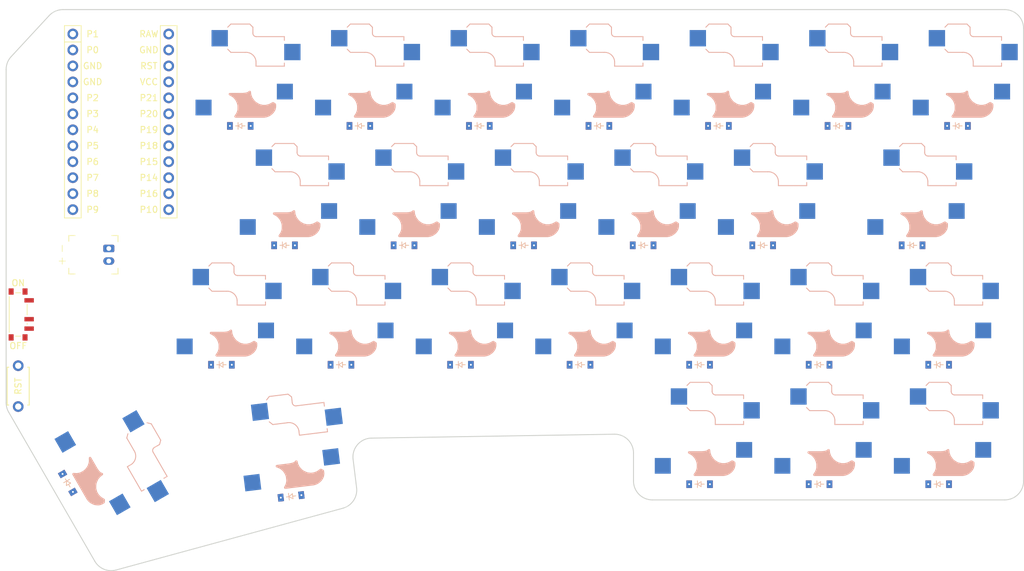
<source format=kicad_pcb>


(kicad_pcb
  (version 20240108)
  (generator "ergogen")
  (generator_version "4.2.1")
  (general
    (thickness 1.6)
    (legacy_teardrops no)
  )
  (paper "A3")
  (title_block
    (title "right_pcb")
    (date "2026-02-04")
    (rev "v1.0.0")
    (company "Unknown")
  )

  (layers
    (0 "F.Cu" signal)
    (31 "B.Cu" signal)
    (32 "B.Adhes" user "B.Adhesive")
    (33 "F.Adhes" user "F.Adhesive")
    (34 "B.Paste" user)
    (35 "F.Paste" user)
    (36 "B.SilkS" user "B.Silkscreen")
    (37 "F.SilkS" user "F.Silkscreen")
    (38 "B.Mask" user)
    (39 "F.Mask" user)
    (40 "Dwgs.User" user "User.Drawings")
    (41 "Cmts.User" user "User.Comments")
    (42 "Eco1.User" user "User.Eco1")
    (43 "Eco2.User" user "User.Eco2")
    (44 "Edge.Cuts" user)
    (45 "Margin" user)
    (46 "B.CrtYd" user "B.Courtyard")
    (47 "F.CrtYd" user "F.Courtyard")
    (48 "B.Fab" user)
    (49 "F.Fab" user)
  )

  (setup
    (pad_to_mask_clearance 0.05)
    (allow_soldermask_bridges_in_footprints no)
    (pcbplotparams
      (layerselection 0x00010fc_ffffffff)
      (plot_on_all_layers_selection 0x0000000_00000000)
      (disableapertmacros no)
      (usegerberextensions no)
      (usegerberattributes yes)
      (usegerberadvancedattributes yes)
      (creategerberjobfile yes)
      (dashed_line_dash_ratio 12.000000)
      (dashed_line_gap_ratio 3.000000)
      (svgprecision 4)
      (plotframeref no)
      (viasonmask no)
      (mode 1)
      (useauxorigin no)
      (hpglpennumber 1)
      (hpglpenspeed 20)
      (hpglpendiameter 15.000000)
      (pdf_front_fp_property_popups yes)
      (pdf_back_fp_property_popups yes)
      (dxfpolygonmode yes)
      (dxfimperialunits yes)
      (dxfusepcbnewfont yes)
      (psnegative no)
      (psa4output no)
      (plotreference yes)
      (plotvalue yes)
      (plotfptext yes)
      (plotinvisibletext no)
      (sketchpadsonfab no)
      (subtractmaskfromsilk no)
      (outputformat 1)
      (mirror no)
      (drillshape 1)
      (scaleselection 1)
      (outputdirectory "")
    )
  )

  (net 0 "")
(net 1 "P0")
(net 2 "y_single")
(net 3 "GND")
(net 4 "D1")
(net 5 "D2")
(net 6 "P1")
(net 7 "u_single")
(net 8 "P2")
(net 9 "i_single")
(net 10 "P3")
(net 11 "o_single")
(net 12 "P4")
(net 13 "p_single")
(net 14 "P5")
(net 15 "backspace_single")
(net 16 "P6")
(net 17 "delete_single")
(net 18 "h_single")
(net 19 "j_single")
(net 20 "k_single")
(net 21 "l_single")
(net 22 "colon_single")
(net 23 "quotes_single")
(net 24 "b_single")
(net 25 "n_single")
(net 26 "m_single")
(net 27 "comma_single")
(net 28 "peroid_single")
(net 29 "up_arrow_single")
(net 30 "slash_single")
(net 31 "larrow_single")
(net 32 "darrow_single")
(net 33 "rarrow_single")
(net 34 "space_single")
(net 35 "raise_single")
(net 36 "P7")
(net 37 "P8")
(net 38 "P9")
(net 39 "P10")
(net 40 "P14")
(net 41 "RAW")
(net 42 "RST")
(net 43 "VCC")
(net 44 "P21")
(net 45 "P20")
(net 46 "P19")
(net 47 "P18")
(net 48 "P15")
(net 49 "P16")
(net 50 "P101")
(net 51 "P102")
(net 52 "P107")
(net 53 "MCU1_24")
(net 54 "MCU1_1")
(net 55 "MCU1_23")
(net 56 "MCU1_2")
(net 57 "MCU1_22")
(net 58 "MCU1_3")
(net 59 "MCU1_21")
(net 60 "MCU1_4")
(net 61 "MCU1_20")
(net 62 "MCU1_5")
(net 63 "MCU1_19")
(net 64 "MCU1_6")
(net 65 "MCU1_18")
(net 66 "MCU1_7")
(net 67 "MCU1_17")
(net 68 "MCU1_8")
(net 69 "MCU1_16")
(net 70 "MCU1_9")
(net 71 "MCU1_15")
(net 72 "MCU1_10")
(net 73 "MCU1_14")
(net 74 "MCU1_11")
(net 75 "MCU1_13")
(net 76 "MCU1_12")
(net 77 "BAT_P")
(net 78 "JST1_1")
(net 79 "JST1_2")

  
  (footprint "ceoloide:switch_choc_v1_v2" (layer "B.Cu") (at 150 100 0))
    

  (footprint "ceoloide:switch_choc_v1_v2" (layer "B.Cu") (at 169 100 0))
    

  (footprint "ceoloide:switch_choc_v1_v2" (layer "B.Cu") (at 188 100 0))
    

  (footprint "ceoloide:switch_choc_v1_v2" (layer "B.Cu") (at 207 100 0))
    

  (footprint "ceoloide:switch_choc_v1_v2" (layer "B.Cu") (at 226 100 0))
    

  (footprint "ceoloide:switch_choc_v1_v2" (layer "B.Cu") (at 245 100 0))
    

  (footprint "ceoloide:switch_choc_v1_v2" (layer "B.Cu") (at 264 100 0))
    

  (footprint "ceoloide:switch_choc_v1_v2" (layer "B.Cu") (at 157.03 119 0))
    

  (footprint "ceoloide:switch_choc_v1_v2" (layer "B.Cu") (at 176.03 119 0))
    

  (footprint "ceoloide:switch_choc_v1_v2" (layer "B.Cu") (at 195.03 119 0))
    

  (footprint "ceoloide:switch_choc_v1_v2" (layer "B.Cu") (at 214.03 119 0))
    

  (footprint "ceoloide:switch_choc_v1_v2" (layer "B.Cu") (at 233.03 119 0))
    

  (footprint "ceoloide:switch_choc_v1_v2" (layer "B.Cu") (at 256.78 119 0))
    

  (footprint "ceoloide:switch_choc_v1_v2" (layer "B.Cu") (at 147 138 0))
    

  (footprint "ceoloide:switch_choc_v1_v2" (layer "B.Cu") (at 166 138 0))
    

  (footprint "ceoloide:switch_choc_v1_v2" (layer "B.Cu") (at 185 138 0))
    

  (footprint "ceoloide:switch_choc_v1_v2" (layer "B.Cu") (at 204 138 0))
    

  (footprint "ceoloide:switch_choc_v1_v2" (layer "B.Cu") (at 223 138 0))
    

  (footprint "ceoloide:switch_choc_v1_v2" (layer "B.Cu") (at 242 138 0))
    

  (footprint "ceoloide:switch_choc_v1_v2" (layer "B.Cu") (at 261 138 0))
    

  (footprint "ceoloide:switch_choc_v1_v2" (layer "B.Cu") (at 223 157 0))
    

  (footprint "ceoloide:switch_choc_v1_v2" (layer "B.Cu") (at 242 157 0))
    

  (footprint "ceoloide:switch_choc_v1_v2" (layer "B.Cu") (at 261 157 0))
    

  (footprint "ceoloide:switch_choc_v1_v2" (layer "B.Cu") (at 129.5 160.8 -60))
    

  (footprint "ceoloide:switch_choc_v1_v2" (layer "B.Cu") (at 157.1 159 7))
    

  (footprint "ceoloide:switch_mx" (layer "B.Cu") (at 150 100 180))
    

  (footprint "ceoloide:switch_mx" (layer "B.Cu") (at 169 100 180))
    

  (footprint "ceoloide:switch_mx" (layer "B.Cu") (at 188 100 180))
    

  (footprint "ceoloide:switch_mx" (layer "B.Cu") (at 207 100 180))
    

  (footprint "ceoloide:switch_mx" (layer "B.Cu") (at 226 100 180))
    

  (footprint "ceoloide:switch_mx" (layer "B.Cu") (at 245 100 180))
    

  (footprint "ceoloide:switch_mx" (layer "B.Cu") (at 264 100 180))
    

  (footprint "ceoloide:switch_mx" (layer "B.Cu") (at 157.03 119 180))
    

  (footprint "ceoloide:switch_mx" (layer "B.Cu") (at 176.03 119 180))
    

  (footprint "ceoloide:switch_mx" (layer "B.Cu") (at 195.03 119 180))
    

  (footprint "ceoloide:switch_mx" (layer "B.Cu") (at 214.03 119 180))
    

  (footprint "ceoloide:switch_mx" (layer "B.Cu") (at 233.03 119 180))
    

  (footprint "ceoloide:switch_mx" (layer "B.Cu") (at 256.78 119 180))
    

  (footprint "ceoloide:switch_mx" (layer "B.Cu") (at 147 138 180))
    

  (footprint "ceoloide:switch_mx" (layer "B.Cu") (at 166 138 180))
    

  (footprint "ceoloide:switch_mx" (layer "B.Cu") (at 185 138 180))
    

  (footprint "ceoloide:switch_mx" (layer "B.Cu") (at 204 138 180))
    

  (footprint "ceoloide:switch_mx" (layer "B.Cu") (at 223 138 180))
    

  (footprint "ceoloide:switch_mx" (layer "B.Cu") (at 242 138 180))
    

  (footprint "ceoloide:switch_mx" (layer "B.Cu") (at 261 138 180))
    

  (footprint "ceoloide:switch_mx" (layer "B.Cu") (at 223 157 180))
    

  (footprint "ceoloide:switch_mx" (layer "B.Cu") (at 242 157 180))
    

  (footprint "ceoloide:switch_mx" (layer "B.Cu") (at 261 157 180))
    

  (footprint "ceoloide:switch_mx" (layer "B.Cu") (at 129.5 160.8 120))
    

  (footprint "ceoloide:switch_mx" (layer "B.Cu") (at 157.1 159 187))
    

  
    (module ComboDiode (layer F.Cu) (tedit 5B24D78E)


        (at 150 108 0)

        
        (fp_text reference "D1" (at 0 0) (layer F.SilkS) hide (effects (font (size 1.27 1.27) (thickness 0.15))))
        (fp_text value "" (at 0 0) (layer F.SilkS) hide (effects (font (size 1.27 1.27) (thickness 0.15))))
        
        
        (fp_line (start 0.25 0) (end 0.75 0) (layer F.SilkS) (width 0.1))
        (fp_line (start 0.25 0.4) (end -0.35 0) (layer F.SilkS) (width 0.1))
        (fp_line (start 0.25 -0.4) (end 0.25 0.4) (layer F.SilkS) (width 0.1))
        (fp_line (start -0.35 0) (end 0.25 -0.4) (layer F.SilkS) (width 0.1))
        (fp_line (start -0.35 0) (end -0.35 0.55) (layer F.SilkS) (width 0.1))
        (fp_line (start -0.35 0) (end -0.35 -0.55) (layer F.SilkS) (width 0.1))
        (fp_line (start -0.75 0) (end -0.35 0) (layer F.SilkS) (width 0.1))
        (fp_line (start 0.25 0) (end 0.75 0) (layer B.SilkS) (width 0.1))
        (fp_line (start 0.25 0.4) (end -0.35 0) (layer B.SilkS) (width 0.1))
        (fp_line (start 0.25 -0.4) (end 0.25 0.4) (layer B.SilkS) (width 0.1))
        (fp_line (start -0.35 0) (end 0.25 -0.4) (layer B.SilkS) (width 0.1))
        (fp_line (start -0.35 0) (end -0.35 0.55) (layer B.SilkS) (width 0.1))
        (fp_line (start -0.35 0) (end -0.35 -0.55) (layer B.SilkS) (width 0.1))
        (fp_line (start -0.75 0) (end -0.35 0) (layer B.SilkS) (width 0.1))
    
        
        (pad 1 smd rect (at -1.65 0 0) (size 0.9 1.2) (layers F.Cu F.Paste F.Mask) (net 36 "P7"))
        (pad 2 smd rect (at 1.65 0 0) (size 0.9 1.2) (layers B.Cu B.Paste B.Mask) (net 2 "y_single"))
        (pad 1 smd rect (at -1.65 0 0) (size 0.9 1.2) (layers B.Cu B.Paste B.Mask) (net 36 "P7"))
        (pad 2 smd rect (at 1.65 0 0) (size 0.9 1.2) (layers F.Cu F.Paste F.Mask) (net 2 "y_single"))
        
        (pad 1 thru_hole circle (at -1.65 0 0) (size 0.6 0.6) (drill 0.3) (layers "*.Cu") (zone_connect 2) (net 36 "P7"))
        (pad 1 thru_hole circle (at 1.65 0 0) (size 0.6 0.6) (drill 0.3) (layers "*.Cu") (zone_connect 2) (net 2 "y_single"))
        
    )
  
    

  
    (module ComboDiode (layer F.Cu) (tedit 5B24D78E)


        (at 169 108 0)

        
        (fp_text reference "D2" (at 0 0) (layer F.SilkS) hide (effects (font (size 1.27 1.27) (thickness 0.15))))
        (fp_text value "" (at 0 0) (layer F.SilkS) hide (effects (font (size 1.27 1.27) (thickness 0.15))))
        
        
        (fp_line (start 0.25 0) (end 0.75 0) (layer F.SilkS) (width 0.1))
        (fp_line (start 0.25 0.4) (end -0.35 0) (layer F.SilkS) (width 0.1))
        (fp_line (start 0.25 -0.4) (end 0.25 0.4) (layer F.SilkS) (width 0.1))
        (fp_line (start -0.35 0) (end 0.25 -0.4) (layer F.SilkS) (width 0.1))
        (fp_line (start -0.35 0) (end -0.35 0.55) (layer F.SilkS) (width 0.1))
        (fp_line (start -0.35 0) (end -0.35 -0.55) (layer F.SilkS) (width 0.1))
        (fp_line (start -0.75 0) (end -0.35 0) (layer F.SilkS) (width 0.1))
        (fp_line (start 0.25 0) (end 0.75 0) (layer B.SilkS) (width 0.1))
        (fp_line (start 0.25 0.4) (end -0.35 0) (layer B.SilkS) (width 0.1))
        (fp_line (start 0.25 -0.4) (end 0.25 0.4) (layer B.SilkS) (width 0.1))
        (fp_line (start -0.35 0) (end 0.25 -0.4) (layer B.SilkS) (width 0.1))
        (fp_line (start -0.35 0) (end -0.35 0.55) (layer B.SilkS) (width 0.1))
        (fp_line (start -0.35 0) (end -0.35 -0.55) (layer B.SilkS) (width 0.1))
        (fp_line (start -0.75 0) (end -0.35 0) (layer B.SilkS) (width 0.1))
    
        
        (pad 1 smd rect (at -1.65 0 0) (size 0.9 1.2) (layers F.Cu F.Paste F.Mask) (net 36 "P7"))
        (pad 2 smd rect (at 1.65 0 0) (size 0.9 1.2) (layers B.Cu B.Paste B.Mask) (net 7 "u_single"))
        (pad 1 smd rect (at -1.65 0 0) (size 0.9 1.2) (layers B.Cu B.Paste B.Mask) (net 36 "P7"))
        (pad 2 smd rect (at 1.65 0 0) (size 0.9 1.2) (layers F.Cu F.Paste F.Mask) (net 7 "u_single"))
        
        (pad 1 thru_hole circle (at -1.65 0 0) (size 0.6 0.6) (drill 0.3) (layers "*.Cu") (zone_connect 2) (net 36 "P7"))
        (pad 1 thru_hole circle (at 1.65 0 0) (size 0.6 0.6) (drill 0.3) (layers "*.Cu") (zone_connect 2) (net 7 "u_single"))
        
    )
  
    

  
    (module ComboDiode (layer F.Cu) (tedit 5B24D78E)


        (at 188 108 0)

        
        (fp_text reference "D3" (at 0 0) (layer F.SilkS) hide (effects (font (size 1.27 1.27) (thickness 0.15))))
        (fp_text value "" (at 0 0) (layer F.SilkS) hide (effects (font (size 1.27 1.27) (thickness 0.15))))
        
        
        (fp_line (start 0.25 0) (end 0.75 0) (layer F.SilkS) (width 0.1))
        (fp_line (start 0.25 0.4) (end -0.35 0) (layer F.SilkS) (width 0.1))
        (fp_line (start 0.25 -0.4) (end 0.25 0.4) (layer F.SilkS) (width 0.1))
        (fp_line (start -0.35 0) (end 0.25 -0.4) (layer F.SilkS) (width 0.1))
        (fp_line (start -0.35 0) (end -0.35 0.55) (layer F.SilkS) (width 0.1))
        (fp_line (start -0.35 0) (end -0.35 -0.55) (layer F.SilkS) (width 0.1))
        (fp_line (start -0.75 0) (end -0.35 0) (layer F.SilkS) (width 0.1))
        (fp_line (start 0.25 0) (end 0.75 0) (layer B.SilkS) (width 0.1))
        (fp_line (start 0.25 0.4) (end -0.35 0) (layer B.SilkS) (width 0.1))
        (fp_line (start 0.25 -0.4) (end 0.25 0.4) (layer B.SilkS) (width 0.1))
        (fp_line (start -0.35 0) (end 0.25 -0.4) (layer B.SilkS) (width 0.1))
        (fp_line (start -0.35 0) (end -0.35 0.55) (layer B.SilkS) (width 0.1))
        (fp_line (start -0.35 0) (end -0.35 -0.55) (layer B.SilkS) (width 0.1))
        (fp_line (start -0.75 0) (end -0.35 0) (layer B.SilkS) (width 0.1))
    
        
        (pad 1 smd rect (at -1.65 0 0) (size 0.9 1.2) (layers F.Cu F.Paste F.Mask) (net 36 "P7"))
        (pad 2 smd rect (at 1.65 0 0) (size 0.9 1.2) (layers B.Cu B.Paste B.Mask) (net 9 "i_single"))
        (pad 1 smd rect (at -1.65 0 0) (size 0.9 1.2) (layers B.Cu B.Paste B.Mask) (net 36 "P7"))
        (pad 2 smd rect (at 1.65 0 0) (size 0.9 1.2) (layers F.Cu F.Paste F.Mask) (net 9 "i_single"))
        
        (pad 1 thru_hole circle (at -1.65 0 0) (size 0.6 0.6) (drill 0.3) (layers "*.Cu") (zone_connect 2) (net 36 "P7"))
        (pad 1 thru_hole circle (at 1.65 0 0) (size 0.6 0.6) (drill 0.3) (layers "*.Cu") (zone_connect 2) (net 9 "i_single"))
        
    )
  
    

  
    (module ComboDiode (layer F.Cu) (tedit 5B24D78E)


        (at 207 108 0)

        
        (fp_text reference "D4" (at 0 0) (layer F.SilkS) hide (effects (font (size 1.27 1.27) (thickness 0.15))))
        (fp_text value "" (at 0 0) (layer F.SilkS) hide (effects (font (size 1.27 1.27) (thickness 0.15))))
        
        
        (fp_line (start 0.25 0) (end 0.75 0) (layer F.SilkS) (width 0.1))
        (fp_line (start 0.25 0.4) (end -0.35 0) (layer F.SilkS) (width 0.1))
        (fp_line (start 0.25 -0.4) (end 0.25 0.4) (layer F.SilkS) (width 0.1))
        (fp_line (start -0.35 0) (end 0.25 -0.4) (layer F.SilkS) (width 0.1))
        (fp_line (start -0.35 0) (end -0.35 0.55) (layer F.SilkS) (width 0.1))
        (fp_line (start -0.35 0) (end -0.35 -0.55) (layer F.SilkS) (width 0.1))
        (fp_line (start -0.75 0) (end -0.35 0) (layer F.SilkS) (width 0.1))
        (fp_line (start 0.25 0) (end 0.75 0) (layer B.SilkS) (width 0.1))
        (fp_line (start 0.25 0.4) (end -0.35 0) (layer B.SilkS) (width 0.1))
        (fp_line (start 0.25 -0.4) (end 0.25 0.4) (layer B.SilkS) (width 0.1))
        (fp_line (start -0.35 0) (end 0.25 -0.4) (layer B.SilkS) (width 0.1))
        (fp_line (start -0.35 0) (end -0.35 0.55) (layer B.SilkS) (width 0.1))
        (fp_line (start -0.35 0) (end -0.35 -0.55) (layer B.SilkS) (width 0.1))
        (fp_line (start -0.75 0) (end -0.35 0) (layer B.SilkS) (width 0.1))
    
        
        (pad 1 smd rect (at -1.65 0 0) (size 0.9 1.2) (layers F.Cu F.Paste F.Mask) (net 36 "P7"))
        (pad 2 smd rect (at 1.65 0 0) (size 0.9 1.2) (layers B.Cu B.Paste B.Mask) (net 11 "o_single"))
        (pad 1 smd rect (at -1.65 0 0) (size 0.9 1.2) (layers B.Cu B.Paste B.Mask) (net 36 "P7"))
        (pad 2 smd rect (at 1.65 0 0) (size 0.9 1.2) (layers F.Cu F.Paste F.Mask) (net 11 "o_single"))
        
        (pad 1 thru_hole circle (at -1.65 0 0) (size 0.6 0.6) (drill 0.3) (layers "*.Cu") (zone_connect 2) (net 36 "P7"))
        (pad 1 thru_hole circle (at 1.65 0 0) (size 0.6 0.6) (drill 0.3) (layers "*.Cu") (zone_connect 2) (net 11 "o_single"))
        
    )
  
    

  
    (module ComboDiode (layer F.Cu) (tedit 5B24D78E)


        (at 226 108 0)

        
        (fp_text reference "D5" (at 0 0) (layer F.SilkS) hide (effects (font (size 1.27 1.27) (thickness 0.15))))
        (fp_text value "" (at 0 0) (layer F.SilkS) hide (effects (font (size 1.27 1.27) (thickness 0.15))))
        
        
        (fp_line (start 0.25 0) (end 0.75 0) (layer F.SilkS) (width 0.1))
        (fp_line (start 0.25 0.4) (end -0.35 0) (layer F.SilkS) (width 0.1))
        (fp_line (start 0.25 -0.4) (end 0.25 0.4) (layer F.SilkS) (width 0.1))
        (fp_line (start -0.35 0) (end 0.25 -0.4) (layer F.SilkS) (width 0.1))
        (fp_line (start -0.35 0) (end -0.35 0.55) (layer F.SilkS) (width 0.1))
        (fp_line (start -0.35 0) (end -0.35 -0.55) (layer F.SilkS) (width 0.1))
        (fp_line (start -0.75 0) (end -0.35 0) (layer F.SilkS) (width 0.1))
        (fp_line (start 0.25 0) (end 0.75 0) (layer B.SilkS) (width 0.1))
        (fp_line (start 0.25 0.4) (end -0.35 0) (layer B.SilkS) (width 0.1))
        (fp_line (start 0.25 -0.4) (end 0.25 0.4) (layer B.SilkS) (width 0.1))
        (fp_line (start -0.35 0) (end 0.25 -0.4) (layer B.SilkS) (width 0.1))
        (fp_line (start -0.35 0) (end -0.35 0.55) (layer B.SilkS) (width 0.1))
        (fp_line (start -0.35 0) (end -0.35 -0.55) (layer B.SilkS) (width 0.1))
        (fp_line (start -0.75 0) (end -0.35 0) (layer B.SilkS) (width 0.1))
    
        
        (pad 1 smd rect (at -1.65 0 0) (size 0.9 1.2) (layers F.Cu F.Paste F.Mask) (net 36 "P7"))
        (pad 2 smd rect (at 1.65 0 0) (size 0.9 1.2) (layers B.Cu B.Paste B.Mask) (net 13 "p_single"))
        (pad 1 smd rect (at -1.65 0 0) (size 0.9 1.2) (layers B.Cu B.Paste B.Mask) (net 36 "P7"))
        (pad 2 smd rect (at 1.65 0 0) (size 0.9 1.2) (layers F.Cu F.Paste F.Mask) (net 13 "p_single"))
        
        (pad 1 thru_hole circle (at -1.65 0 0) (size 0.6 0.6) (drill 0.3) (layers "*.Cu") (zone_connect 2) (net 36 "P7"))
        (pad 1 thru_hole circle (at 1.65 0 0) (size 0.6 0.6) (drill 0.3) (layers "*.Cu") (zone_connect 2) (net 13 "p_single"))
        
    )
  
    

  
    (module ComboDiode (layer F.Cu) (tedit 5B24D78E)


        (at 245 108 0)

        
        (fp_text reference "D6" (at 0 0) (layer F.SilkS) hide (effects (font (size 1.27 1.27) (thickness 0.15))))
        (fp_text value "" (at 0 0) (layer F.SilkS) hide (effects (font (size 1.27 1.27) (thickness 0.15))))
        
        
        (fp_line (start 0.25 0) (end 0.75 0) (layer F.SilkS) (width 0.1))
        (fp_line (start 0.25 0.4) (end -0.35 0) (layer F.SilkS) (width 0.1))
        (fp_line (start 0.25 -0.4) (end 0.25 0.4) (layer F.SilkS) (width 0.1))
        (fp_line (start -0.35 0) (end 0.25 -0.4) (layer F.SilkS) (width 0.1))
        (fp_line (start -0.35 0) (end -0.35 0.55) (layer F.SilkS) (width 0.1))
        (fp_line (start -0.35 0) (end -0.35 -0.55) (layer F.SilkS) (width 0.1))
        (fp_line (start -0.75 0) (end -0.35 0) (layer F.SilkS) (width 0.1))
        (fp_line (start 0.25 0) (end 0.75 0) (layer B.SilkS) (width 0.1))
        (fp_line (start 0.25 0.4) (end -0.35 0) (layer B.SilkS) (width 0.1))
        (fp_line (start 0.25 -0.4) (end 0.25 0.4) (layer B.SilkS) (width 0.1))
        (fp_line (start -0.35 0) (end 0.25 -0.4) (layer B.SilkS) (width 0.1))
        (fp_line (start -0.35 0) (end -0.35 0.55) (layer B.SilkS) (width 0.1))
        (fp_line (start -0.35 0) (end -0.35 -0.55) (layer B.SilkS) (width 0.1))
        (fp_line (start -0.75 0) (end -0.35 0) (layer B.SilkS) (width 0.1))
    
        
        (pad 1 smd rect (at -1.65 0 0) (size 0.9 1.2) (layers F.Cu F.Paste F.Mask) (net 36 "P7"))
        (pad 2 smd rect (at 1.65 0 0) (size 0.9 1.2) (layers B.Cu B.Paste B.Mask) (net 15 "backspace_single"))
        (pad 1 smd rect (at -1.65 0 0) (size 0.9 1.2) (layers B.Cu B.Paste B.Mask) (net 36 "P7"))
        (pad 2 smd rect (at 1.65 0 0) (size 0.9 1.2) (layers F.Cu F.Paste F.Mask) (net 15 "backspace_single"))
        
        (pad 1 thru_hole circle (at -1.65 0 0) (size 0.6 0.6) (drill 0.3) (layers "*.Cu") (zone_connect 2) (net 36 "P7"))
        (pad 1 thru_hole circle (at 1.65 0 0) (size 0.6 0.6) (drill 0.3) (layers "*.Cu") (zone_connect 2) (net 15 "backspace_single"))
        
    )
  
    

  
    (module ComboDiode (layer F.Cu) (tedit 5B24D78E)


        (at 264 108 0)

        
        (fp_text reference "D7" (at 0 0) (layer F.SilkS) hide (effects (font (size 1.27 1.27) (thickness 0.15))))
        (fp_text value "" (at 0 0) (layer F.SilkS) hide (effects (font (size 1.27 1.27) (thickness 0.15))))
        
        
        (fp_line (start 0.25 0) (end 0.75 0) (layer F.SilkS) (width 0.1))
        (fp_line (start 0.25 0.4) (end -0.35 0) (layer F.SilkS) (width 0.1))
        (fp_line (start 0.25 -0.4) (end 0.25 0.4) (layer F.SilkS) (width 0.1))
        (fp_line (start -0.35 0) (end 0.25 -0.4) (layer F.SilkS) (width 0.1))
        (fp_line (start -0.35 0) (end -0.35 0.55) (layer F.SilkS) (width 0.1))
        (fp_line (start -0.35 0) (end -0.35 -0.55) (layer F.SilkS) (width 0.1))
        (fp_line (start -0.75 0) (end -0.35 0) (layer F.SilkS) (width 0.1))
        (fp_line (start 0.25 0) (end 0.75 0) (layer B.SilkS) (width 0.1))
        (fp_line (start 0.25 0.4) (end -0.35 0) (layer B.SilkS) (width 0.1))
        (fp_line (start 0.25 -0.4) (end 0.25 0.4) (layer B.SilkS) (width 0.1))
        (fp_line (start -0.35 0) (end 0.25 -0.4) (layer B.SilkS) (width 0.1))
        (fp_line (start -0.35 0) (end -0.35 0.55) (layer B.SilkS) (width 0.1))
        (fp_line (start -0.35 0) (end -0.35 -0.55) (layer B.SilkS) (width 0.1))
        (fp_line (start -0.75 0) (end -0.35 0) (layer B.SilkS) (width 0.1))
    
        
        (pad 1 smd rect (at -1.65 0 0) (size 0.9 1.2) (layers F.Cu F.Paste F.Mask) (net 36 "P7"))
        (pad 2 smd rect (at 1.65 0 0) (size 0.9 1.2) (layers B.Cu B.Paste B.Mask) (net 17 "delete_single"))
        (pad 1 smd rect (at -1.65 0 0) (size 0.9 1.2) (layers B.Cu B.Paste B.Mask) (net 36 "P7"))
        (pad 2 smd rect (at 1.65 0 0) (size 0.9 1.2) (layers F.Cu F.Paste F.Mask) (net 17 "delete_single"))
        
        (pad 1 thru_hole circle (at -1.65 0 0) (size 0.6 0.6) (drill 0.3) (layers "*.Cu") (zone_connect 2) (net 36 "P7"))
        (pad 1 thru_hole circle (at 1.65 0 0) (size 0.6 0.6) (drill 0.3) (layers "*.Cu") (zone_connect 2) (net 17 "delete_single"))
        
    )
  
    

  
    (module ComboDiode (layer F.Cu) (tedit 5B24D78E)


        (at 157.03 127 0)

        
        (fp_text reference "D8" (at 0 0) (layer F.SilkS) hide (effects (font (size 1.27 1.27) (thickness 0.15))))
        (fp_text value "" (at 0 0) (layer F.SilkS) hide (effects (font (size 1.27 1.27) (thickness 0.15))))
        
        
        (fp_line (start 0.25 0) (end 0.75 0) (layer F.SilkS) (width 0.1))
        (fp_line (start 0.25 0.4) (end -0.35 0) (layer F.SilkS) (width 0.1))
        (fp_line (start 0.25 -0.4) (end 0.25 0.4) (layer F.SilkS) (width 0.1))
        (fp_line (start -0.35 0) (end 0.25 -0.4) (layer F.SilkS) (width 0.1))
        (fp_line (start -0.35 0) (end -0.35 0.55) (layer F.SilkS) (width 0.1))
        (fp_line (start -0.35 0) (end -0.35 -0.55) (layer F.SilkS) (width 0.1))
        (fp_line (start -0.75 0) (end -0.35 0) (layer F.SilkS) (width 0.1))
        (fp_line (start 0.25 0) (end 0.75 0) (layer B.SilkS) (width 0.1))
        (fp_line (start 0.25 0.4) (end -0.35 0) (layer B.SilkS) (width 0.1))
        (fp_line (start 0.25 -0.4) (end 0.25 0.4) (layer B.SilkS) (width 0.1))
        (fp_line (start -0.35 0) (end 0.25 -0.4) (layer B.SilkS) (width 0.1))
        (fp_line (start -0.35 0) (end -0.35 0.55) (layer B.SilkS) (width 0.1))
        (fp_line (start -0.35 0) (end -0.35 -0.55) (layer B.SilkS) (width 0.1))
        (fp_line (start -0.75 0) (end -0.35 0) (layer B.SilkS) (width 0.1))
    
        
        (pad 1 smd rect (at -1.65 0 0) (size 0.9 1.2) (layers F.Cu F.Paste F.Mask) (net 37 "P8"))
        (pad 2 smd rect (at 1.65 0 0) (size 0.9 1.2) (layers B.Cu B.Paste B.Mask) (net 18 "h_single"))
        (pad 1 smd rect (at -1.65 0 0) (size 0.9 1.2) (layers B.Cu B.Paste B.Mask) (net 37 "P8"))
        (pad 2 smd rect (at 1.65 0 0) (size 0.9 1.2) (layers F.Cu F.Paste F.Mask) (net 18 "h_single"))
        
        (pad 1 thru_hole circle (at -1.65 0 0) (size 0.6 0.6) (drill 0.3) (layers "*.Cu") (zone_connect 2) (net 37 "P8"))
        (pad 1 thru_hole circle (at 1.65 0 0) (size 0.6 0.6) (drill 0.3) (layers "*.Cu") (zone_connect 2) (net 18 "h_single"))
        
    )
  
    

  
    (module ComboDiode (layer F.Cu) (tedit 5B24D78E)


        (at 176.03 127 0)

        
        (fp_text reference "D9" (at 0 0) (layer F.SilkS) hide (effects (font (size 1.27 1.27) (thickness 0.15))))
        (fp_text value "" (at 0 0) (layer F.SilkS) hide (effects (font (size 1.27 1.27) (thickness 0.15))))
        
        
        (fp_line (start 0.25 0) (end 0.75 0) (layer F.SilkS) (width 0.1))
        (fp_line (start 0.25 0.4) (end -0.35 0) (layer F.SilkS) (width 0.1))
        (fp_line (start 0.25 -0.4) (end 0.25 0.4) (layer F.SilkS) (width 0.1))
        (fp_line (start -0.35 0) (end 0.25 -0.4) (layer F.SilkS) (width 0.1))
        (fp_line (start -0.35 0) (end -0.35 0.55) (layer F.SilkS) (width 0.1))
        (fp_line (start -0.35 0) (end -0.35 -0.55) (layer F.SilkS) (width 0.1))
        (fp_line (start -0.75 0) (end -0.35 0) (layer F.SilkS) (width 0.1))
        (fp_line (start 0.25 0) (end 0.75 0) (layer B.SilkS) (width 0.1))
        (fp_line (start 0.25 0.4) (end -0.35 0) (layer B.SilkS) (width 0.1))
        (fp_line (start 0.25 -0.4) (end 0.25 0.4) (layer B.SilkS) (width 0.1))
        (fp_line (start -0.35 0) (end 0.25 -0.4) (layer B.SilkS) (width 0.1))
        (fp_line (start -0.35 0) (end -0.35 0.55) (layer B.SilkS) (width 0.1))
        (fp_line (start -0.35 0) (end -0.35 -0.55) (layer B.SilkS) (width 0.1))
        (fp_line (start -0.75 0) (end -0.35 0) (layer B.SilkS) (width 0.1))
    
        
        (pad 1 smd rect (at -1.65 0 0) (size 0.9 1.2) (layers F.Cu F.Paste F.Mask) (net 37 "P8"))
        (pad 2 smd rect (at 1.65 0 0) (size 0.9 1.2) (layers B.Cu B.Paste B.Mask) (net 19 "j_single"))
        (pad 1 smd rect (at -1.65 0 0) (size 0.9 1.2) (layers B.Cu B.Paste B.Mask) (net 37 "P8"))
        (pad 2 smd rect (at 1.65 0 0) (size 0.9 1.2) (layers F.Cu F.Paste F.Mask) (net 19 "j_single"))
        
        (pad 1 thru_hole circle (at -1.65 0 0) (size 0.6 0.6) (drill 0.3) (layers "*.Cu") (zone_connect 2) (net 37 "P8"))
        (pad 1 thru_hole circle (at 1.65 0 0) (size 0.6 0.6) (drill 0.3) (layers "*.Cu") (zone_connect 2) (net 19 "j_single"))
        
    )
  
    

  
    (module ComboDiode (layer F.Cu) (tedit 5B24D78E)


        (at 195.03 127 0)

        
        (fp_text reference "D10" (at 0 0) (layer F.SilkS) hide (effects (font (size 1.27 1.27) (thickness 0.15))))
        (fp_text value "" (at 0 0) (layer F.SilkS) hide (effects (font (size 1.27 1.27) (thickness 0.15))))
        
        
        (fp_line (start 0.25 0) (end 0.75 0) (layer F.SilkS) (width 0.1))
        (fp_line (start 0.25 0.4) (end -0.35 0) (layer F.SilkS) (width 0.1))
        (fp_line (start 0.25 -0.4) (end 0.25 0.4) (layer F.SilkS) (width 0.1))
        (fp_line (start -0.35 0) (end 0.25 -0.4) (layer F.SilkS) (width 0.1))
        (fp_line (start -0.35 0) (end -0.35 0.55) (layer F.SilkS) (width 0.1))
        (fp_line (start -0.35 0) (end -0.35 -0.55) (layer F.SilkS) (width 0.1))
        (fp_line (start -0.75 0) (end -0.35 0) (layer F.SilkS) (width 0.1))
        (fp_line (start 0.25 0) (end 0.75 0) (layer B.SilkS) (width 0.1))
        (fp_line (start 0.25 0.4) (end -0.35 0) (layer B.SilkS) (width 0.1))
        (fp_line (start 0.25 -0.4) (end 0.25 0.4) (layer B.SilkS) (width 0.1))
        (fp_line (start -0.35 0) (end 0.25 -0.4) (layer B.SilkS) (width 0.1))
        (fp_line (start -0.35 0) (end -0.35 0.55) (layer B.SilkS) (width 0.1))
        (fp_line (start -0.35 0) (end -0.35 -0.55) (layer B.SilkS) (width 0.1))
        (fp_line (start -0.75 0) (end -0.35 0) (layer B.SilkS) (width 0.1))
    
        
        (pad 1 smd rect (at -1.65 0 0) (size 0.9 1.2) (layers F.Cu F.Paste F.Mask) (net 37 "P8"))
        (pad 2 smd rect (at 1.65 0 0) (size 0.9 1.2) (layers B.Cu B.Paste B.Mask) (net 20 "k_single"))
        (pad 1 smd rect (at -1.65 0 0) (size 0.9 1.2) (layers B.Cu B.Paste B.Mask) (net 37 "P8"))
        (pad 2 smd rect (at 1.65 0 0) (size 0.9 1.2) (layers F.Cu F.Paste F.Mask) (net 20 "k_single"))
        
        (pad 1 thru_hole circle (at -1.65 0 0) (size 0.6 0.6) (drill 0.3) (layers "*.Cu") (zone_connect 2) (net 37 "P8"))
        (pad 1 thru_hole circle (at 1.65 0 0) (size 0.6 0.6) (drill 0.3) (layers "*.Cu") (zone_connect 2) (net 20 "k_single"))
        
    )
  
    

  
    (module ComboDiode (layer F.Cu) (tedit 5B24D78E)


        (at 214.03 127 0)

        
        (fp_text reference "D11" (at 0 0) (layer F.SilkS) hide (effects (font (size 1.27 1.27) (thickness 0.15))))
        (fp_text value "" (at 0 0) (layer F.SilkS) hide (effects (font (size 1.27 1.27) (thickness 0.15))))
        
        
        (fp_line (start 0.25 0) (end 0.75 0) (layer F.SilkS) (width 0.1))
        (fp_line (start 0.25 0.4) (end -0.35 0) (layer F.SilkS) (width 0.1))
        (fp_line (start 0.25 -0.4) (end 0.25 0.4) (layer F.SilkS) (width 0.1))
        (fp_line (start -0.35 0) (end 0.25 -0.4) (layer F.SilkS) (width 0.1))
        (fp_line (start -0.35 0) (end -0.35 0.55) (layer F.SilkS) (width 0.1))
        (fp_line (start -0.35 0) (end -0.35 -0.55) (layer F.SilkS) (width 0.1))
        (fp_line (start -0.75 0) (end -0.35 0) (layer F.SilkS) (width 0.1))
        (fp_line (start 0.25 0) (end 0.75 0) (layer B.SilkS) (width 0.1))
        (fp_line (start 0.25 0.4) (end -0.35 0) (layer B.SilkS) (width 0.1))
        (fp_line (start 0.25 -0.4) (end 0.25 0.4) (layer B.SilkS) (width 0.1))
        (fp_line (start -0.35 0) (end 0.25 -0.4) (layer B.SilkS) (width 0.1))
        (fp_line (start -0.35 0) (end -0.35 0.55) (layer B.SilkS) (width 0.1))
        (fp_line (start -0.35 0) (end -0.35 -0.55) (layer B.SilkS) (width 0.1))
        (fp_line (start -0.75 0) (end -0.35 0) (layer B.SilkS) (width 0.1))
    
        
        (pad 1 smd rect (at -1.65 0 0) (size 0.9 1.2) (layers F.Cu F.Paste F.Mask) (net 37 "P8"))
        (pad 2 smd rect (at 1.65 0 0) (size 0.9 1.2) (layers B.Cu B.Paste B.Mask) (net 21 "l_single"))
        (pad 1 smd rect (at -1.65 0 0) (size 0.9 1.2) (layers B.Cu B.Paste B.Mask) (net 37 "P8"))
        (pad 2 smd rect (at 1.65 0 0) (size 0.9 1.2) (layers F.Cu F.Paste F.Mask) (net 21 "l_single"))
        
        (pad 1 thru_hole circle (at -1.65 0 0) (size 0.6 0.6) (drill 0.3) (layers "*.Cu") (zone_connect 2) (net 37 "P8"))
        (pad 1 thru_hole circle (at 1.65 0 0) (size 0.6 0.6) (drill 0.3) (layers "*.Cu") (zone_connect 2) (net 21 "l_single"))
        
    )
  
    

  
    (module ComboDiode (layer F.Cu) (tedit 5B24D78E)


        (at 233.03 127 0)

        
        (fp_text reference "D12" (at 0 0) (layer F.SilkS) hide (effects (font (size 1.27 1.27) (thickness 0.15))))
        (fp_text value "" (at 0 0) (layer F.SilkS) hide (effects (font (size 1.27 1.27) (thickness 0.15))))
        
        
        (fp_line (start 0.25 0) (end 0.75 0) (layer F.SilkS) (width 0.1))
        (fp_line (start 0.25 0.4) (end -0.35 0) (layer F.SilkS) (width 0.1))
        (fp_line (start 0.25 -0.4) (end 0.25 0.4) (layer F.SilkS) (width 0.1))
        (fp_line (start -0.35 0) (end 0.25 -0.4) (layer F.SilkS) (width 0.1))
        (fp_line (start -0.35 0) (end -0.35 0.55) (layer F.SilkS) (width 0.1))
        (fp_line (start -0.35 0) (end -0.35 -0.55) (layer F.SilkS) (width 0.1))
        (fp_line (start -0.75 0) (end -0.35 0) (layer F.SilkS) (width 0.1))
        (fp_line (start 0.25 0) (end 0.75 0) (layer B.SilkS) (width 0.1))
        (fp_line (start 0.25 0.4) (end -0.35 0) (layer B.SilkS) (width 0.1))
        (fp_line (start 0.25 -0.4) (end 0.25 0.4) (layer B.SilkS) (width 0.1))
        (fp_line (start -0.35 0) (end 0.25 -0.4) (layer B.SilkS) (width 0.1))
        (fp_line (start -0.35 0) (end -0.35 0.55) (layer B.SilkS) (width 0.1))
        (fp_line (start -0.35 0) (end -0.35 -0.55) (layer B.SilkS) (width 0.1))
        (fp_line (start -0.75 0) (end -0.35 0) (layer B.SilkS) (width 0.1))
    
        
        (pad 1 smd rect (at -1.65 0 0) (size 0.9 1.2) (layers F.Cu F.Paste F.Mask) (net 37 "P8"))
        (pad 2 smd rect (at 1.65 0 0) (size 0.9 1.2) (layers B.Cu B.Paste B.Mask) (net 22 "colon_single"))
        (pad 1 smd rect (at -1.65 0 0) (size 0.9 1.2) (layers B.Cu B.Paste B.Mask) (net 37 "P8"))
        (pad 2 smd rect (at 1.65 0 0) (size 0.9 1.2) (layers F.Cu F.Paste F.Mask) (net 22 "colon_single"))
        
        (pad 1 thru_hole circle (at -1.65 0 0) (size 0.6 0.6) (drill 0.3) (layers "*.Cu") (zone_connect 2) (net 37 "P8"))
        (pad 1 thru_hole circle (at 1.65 0 0) (size 0.6 0.6) (drill 0.3) (layers "*.Cu") (zone_connect 2) (net 22 "colon_single"))
        
    )
  
    

  
    (module ComboDiode (layer F.Cu) (tedit 5B24D78E)


        (at 256.78 127 0)

        
        (fp_text reference "D13" (at 0 0) (layer F.SilkS) hide (effects (font (size 1.27 1.27) (thickness 0.15))))
        (fp_text value "" (at 0 0) (layer F.SilkS) hide (effects (font (size 1.27 1.27) (thickness 0.15))))
        
        
        (fp_line (start 0.25 0) (end 0.75 0) (layer F.SilkS) (width 0.1))
        (fp_line (start 0.25 0.4) (end -0.35 0) (layer F.SilkS) (width 0.1))
        (fp_line (start 0.25 -0.4) (end 0.25 0.4) (layer F.SilkS) (width 0.1))
        (fp_line (start -0.35 0) (end 0.25 -0.4) (layer F.SilkS) (width 0.1))
        (fp_line (start -0.35 0) (end -0.35 0.55) (layer F.SilkS) (width 0.1))
        (fp_line (start -0.35 0) (end -0.35 -0.55) (layer F.SilkS) (width 0.1))
        (fp_line (start -0.75 0) (end -0.35 0) (layer F.SilkS) (width 0.1))
        (fp_line (start 0.25 0) (end 0.75 0) (layer B.SilkS) (width 0.1))
        (fp_line (start 0.25 0.4) (end -0.35 0) (layer B.SilkS) (width 0.1))
        (fp_line (start 0.25 -0.4) (end 0.25 0.4) (layer B.SilkS) (width 0.1))
        (fp_line (start -0.35 0) (end 0.25 -0.4) (layer B.SilkS) (width 0.1))
        (fp_line (start -0.35 0) (end -0.35 0.55) (layer B.SilkS) (width 0.1))
        (fp_line (start -0.35 0) (end -0.35 -0.55) (layer B.SilkS) (width 0.1))
        (fp_line (start -0.75 0) (end -0.35 0) (layer B.SilkS) (width 0.1))
    
        
        (pad 1 smd rect (at -1.65 0 0) (size 0.9 1.2) (layers F.Cu F.Paste F.Mask) (net 37 "P8"))
        (pad 2 smd rect (at 1.65 0 0) (size 0.9 1.2) (layers B.Cu B.Paste B.Mask) (net 23 "quotes_single"))
        (pad 1 smd rect (at -1.65 0 0) (size 0.9 1.2) (layers B.Cu B.Paste B.Mask) (net 37 "P8"))
        (pad 2 smd rect (at 1.65 0 0) (size 0.9 1.2) (layers F.Cu F.Paste F.Mask) (net 23 "quotes_single"))
        
        (pad 1 thru_hole circle (at -1.65 0 0) (size 0.6 0.6) (drill 0.3) (layers "*.Cu") (zone_connect 2) (net 37 "P8"))
        (pad 1 thru_hole circle (at 1.65 0 0) (size 0.6 0.6) (drill 0.3) (layers "*.Cu") (zone_connect 2) (net 23 "quotes_single"))
        
    )
  
    

  
    (module ComboDiode (layer F.Cu) (tedit 5B24D78E)


        (at 147 146 0)

        
        (fp_text reference "D14" (at 0 0) (layer F.SilkS) hide (effects (font (size 1.27 1.27) (thickness 0.15))))
        (fp_text value "" (at 0 0) (layer F.SilkS) hide (effects (font (size 1.27 1.27) (thickness 0.15))))
        
        
        (fp_line (start 0.25 0) (end 0.75 0) (layer F.SilkS) (width 0.1))
        (fp_line (start 0.25 0.4) (end -0.35 0) (layer F.SilkS) (width 0.1))
        (fp_line (start 0.25 -0.4) (end 0.25 0.4) (layer F.SilkS) (width 0.1))
        (fp_line (start -0.35 0) (end 0.25 -0.4) (layer F.SilkS) (width 0.1))
        (fp_line (start -0.35 0) (end -0.35 0.55) (layer F.SilkS) (width 0.1))
        (fp_line (start -0.35 0) (end -0.35 -0.55) (layer F.SilkS) (width 0.1))
        (fp_line (start -0.75 0) (end -0.35 0) (layer F.SilkS) (width 0.1))
        (fp_line (start 0.25 0) (end 0.75 0) (layer B.SilkS) (width 0.1))
        (fp_line (start 0.25 0.4) (end -0.35 0) (layer B.SilkS) (width 0.1))
        (fp_line (start 0.25 -0.4) (end 0.25 0.4) (layer B.SilkS) (width 0.1))
        (fp_line (start -0.35 0) (end 0.25 -0.4) (layer B.SilkS) (width 0.1))
        (fp_line (start -0.35 0) (end -0.35 0.55) (layer B.SilkS) (width 0.1))
        (fp_line (start -0.35 0) (end -0.35 -0.55) (layer B.SilkS) (width 0.1))
        (fp_line (start -0.75 0) (end -0.35 0) (layer B.SilkS) (width 0.1))
    
        
        (pad 1 smd rect (at -1.65 0 0) (size 0.9 1.2) (layers F.Cu F.Paste F.Mask) (net 38 "P9"))
        (pad 2 smd rect (at 1.65 0 0) (size 0.9 1.2) (layers B.Cu B.Paste B.Mask) (net 24 "b_single"))
        (pad 1 smd rect (at -1.65 0 0) (size 0.9 1.2) (layers B.Cu B.Paste B.Mask) (net 38 "P9"))
        (pad 2 smd rect (at 1.65 0 0) (size 0.9 1.2) (layers F.Cu F.Paste F.Mask) (net 24 "b_single"))
        
        (pad 1 thru_hole circle (at -1.65 0 0) (size 0.6 0.6) (drill 0.3) (layers "*.Cu") (zone_connect 2) (net 38 "P9"))
        (pad 1 thru_hole circle (at 1.65 0 0) (size 0.6 0.6) (drill 0.3) (layers "*.Cu") (zone_connect 2) (net 24 "b_single"))
        
    )
  
    

  
    (module ComboDiode (layer F.Cu) (tedit 5B24D78E)


        (at 166 146 0)

        
        (fp_text reference "D15" (at 0 0) (layer F.SilkS) hide (effects (font (size 1.27 1.27) (thickness 0.15))))
        (fp_text value "" (at 0 0) (layer F.SilkS) hide (effects (font (size 1.27 1.27) (thickness 0.15))))
        
        
        (fp_line (start 0.25 0) (end 0.75 0) (layer F.SilkS) (width 0.1))
        (fp_line (start 0.25 0.4) (end -0.35 0) (layer F.SilkS) (width 0.1))
        (fp_line (start 0.25 -0.4) (end 0.25 0.4) (layer F.SilkS) (width 0.1))
        (fp_line (start -0.35 0) (end 0.25 -0.4) (layer F.SilkS) (width 0.1))
        (fp_line (start -0.35 0) (end -0.35 0.55) (layer F.SilkS) (width 0.1))
        (fp_line (start -0.35 0) (end -0.35 -0.55) (layer F.SilkS) (width 0.1))
        (fp_line (start -0.75 0) (end -0.35 0) (layer F.SilkS) (width 0.1))
        (fp_line (start 0.25 0) (end 0.75 0) (layer B.SilkS) (width 0.1))
        (fp_line (start 0.25 0.4) (end -0.35 0) (layer B.SilkS) (width 0.1))
        (fp_line (start 0.25 -0.4) (end 0.25 0.4) (layer B.SilkS) (width 0.1))
        (fp_line (start -0.35 0) (end 0.25 -0.4) (layer B.SilkS) (width 0.1))
        (fp_line (start -0.35 0) (end -0.35 0.55) (layer B.SilkS) (width 0.1))
        (fp_line (start -0.35 0) (end -0.35 -0.55) (layer B.SilkS) (width 0.1))
        (fp_line (start -0.75 0) (end -0.35 0) (layer B.SilkS) (width 0.1))
    
        
        (pad 1 smd rect (at -1.65 0 0) (size 0.9 1.2) (layers F.Cu F.Paste F.Mask) (net 38 "P9"))
        (pad 2 smd rect (at 1.65 0 0) (size 0.9 1.2) (layers B.Cu B.Paste B.Mask) (net 25 "n_single"))
        (pad 1 smd rect (at -1.65 0 0) (size 0.9 1.2) (layers B.Cu B.Paste B.Mask) (net 38 "P9"))
        (pad 2 smd rect (at 1.65 0 0) (size 0.9 1.2) (layers F.Cu F.Paste F.Mask) (net 25 "n_single"))
        
        (pad 1 thru_hole circle (at -1.65 0 0) (size 0.6 0.6) (drill 0.3) (layers "*.Cu") (zone_connect 2) (net 38 "P9"))
        (pad 1 thru_hole circle (at 1.65 0 0) (size 0.6 0.6) (drill 0.3) (layers "*.Cu") (zone_connect 2) (net 25 "n_single"))
        
    )
  
    

  
    (module ComboDiode (layer F.Cu) (tedit 5B24D78E)


        (at 185 146 0)

        
        (fp_text reference "D16" (at 0 0) (layer F.SilkS) hide (effects (font (size 1.27 1.27) (thickness 0.15))))
        (fp_text value "" (at 0 0) (layer F.SilkS) hide (effects (font (size 1.27 1.27) (thickness 0.15))))
        
        
        (fp_line (start 0.25 0) (end 0.75 0) (layer F.SilkS) (width 0.1))
        (fp_line (start 0.25 0.4) (end -0.35 0) (layer F.SilkS) (width 0.1))
        (fp_line (start 0.25 -0.4) (end 0.25 0.4) (layer F.SilkS) (width 0.1))
        (fp_line (start -0.35 0) (end 0.25 -0.4) (layer F.SilkS) (width 0.1))
        (fp_line (start -0.35 0) (end -0.35 0.55) (layer F.SilkS) (width 0.1))
        (fp_line (start -0.35 0) (end -0.35 -0.55) (layer F.SilkS) (width 0.1))
        (fp_line (start -0.75 0) (end -0.35 0) (layer F.SilkS) (width 0.1))
        (fp_line (start 0.25 0) (end 0.75 0) (layer B.SilkS) (width 0.1))
        (fp_line (start 0.25 0.4) (end -0.35 0) (layer B.SilkS) (width 0.1))
        (fp_line (start 0.25 -0.4) (end 0.25 0.4) (layer B.SilkS) (width 0.1))
        (fp_line (start -0.35 0) (end 0.25 -0.4) (layer B.SilkS) (width 0.1))
        (fp_line (start -0.35 0) (end -0.35 0.55) (layer B.SilkS) (width 0.1))
        (fp_line (start -0.35 0) (end -0.35 -0.55) (layer B.SilkS) (width 0.1))
        (fp_line (start -0.75 0) (end -0.35 0) (layer B.SilkS) (width 0.1))
    
        
        (pad 1 smd rect (at -1.65 0 0) (size 0.9 1.2) (layers F.Cu F.Paste F.Mask) (net 38 "P9"))
        (pad 2 smd rect (at 1.65 0 0) (size 0.9 1.2) (layers B.Cu B.Paste B.Mask) (net 26 "m_single"))
        (pad 1 smd rect (at -1.65 0 0) (size 0.9 1.2) (layers B.Cu B.Paste B.Mask) (net 38 "P9"))
        (pad 2 smd rect (at 1.65 0 0) (size 0.9 1.2) (layers F.Cu F.Paste F.Mask) (net 26 "m_single"))
        
        (pad 1 thru_hole circle (at -1.65 0 0) (size 0.6 0.6) (drill 0.3) (layers "*.Cu") (zone_connect 2) (net 38 "P9"))
        (pad 1 thru_hole circle (at 1.65 0 0) (size 0.6 0.6) (drill 0.3) (layers "*.Cu") (zone_connect 2) (net 26 "m_single"))
        
    )
  
    

  
    (module ComboDiode (layer F.Cu) (tedit 5B24D78E)


        (at 204 146 0)

        
        (fp_text reference "D17" (at 0 0) (layer F.SilkS) hide (effects (font (size 1.27 1.27) (thickness 0.15))))
        (fp_text value "" (at 0 0) (layer F.SilkS) hide (effects (font (size 1.27 1.27) (thickness 0.15))))
        
        
        (fp_line (start 0.25 0) (end 0.75 0) (layer F.SilkS) (width 0.1))
        (fp_line (start 0.25 0.4) (end -0.35 0) (layer F.SilkS) (width 0.1))
        (fp_line (start 0.25 -0.4) (end 0.25 0.4) (layer F.SilkS) (width 0.1))
        (fp_line (start -0.35 0) (end 0.25 -0.4) (layer F.SilkS) (width 0.1))
        (fp_line (start -0.35 0) (end -0.35 0.55) (layer F.SilkS) (width 0.1))
        (fp_line (start -0.35 0) (end -0.35 -0.55) (layer F.SilkS) (width 0.1))
        (fp_line (start -0.75 0) (end -0.35 0) (layer F.SilkS) (width 0.1))
        (fp_line (start 0.25 0) (end 0.75 0) (layer B.SilkS) (width 0.1))
        (fp_line (start 0.25 0.4) (end -0.35 0) (layer B.SilkS) (width 0.1))
        (fp_line (start 0.25 -0.4) (end 0.25 0.4) (layer B.SilkS) (width 0.1))
        (fp_line (start -0.35 0) (end 0.25 -0.4) (layer B.SilkS) (width 0.1))
        (fp_line (start -0.35 0) (end -0.35 0.55) (layer B.SilkS) (width 0.1))
        (fp_line (start -0.35 0) (end -0.35 -0.55) (layer B.SilkS) (width 0.1))
        (fp_line (start -0.75 0) (end -0.35 0) (layer B.SilkS) (width 0.1))
    
        
        (pad 1 smd rect (at -1.65 0 0) (size 0.9 1.2) (layers F.Cu F.Paste F.Mask) (net 38 "P9"))
        (pad 2 smd rect (at 1.65 0 0) (size 0.9 1.2) (layers B.Cu B.Paste B.Mask) (net 27 "comma_single"))
        (pad 1 smd rect (at -1.65 0 0) (size 0.9 1.2) (layers B.Cu B.Paste B.Mask) (net 38 "P9"))
        (pad 2 smd rect (at 1.65 0 0) (size 0.9 1.2) (layers F.Cu F.Paste F.Mask) (net 27 "comma_single"))
        
        (pad 1 thru_hole circle (at -1.65 0 0) (size 0.6 0.6) (drill 0.3) (layers "*.Cu") (zone_connect 2) (net 38 "P9"))
        (pad 1 thru_hole circle (at 1.65 0 0) (size 0.6 0.6) (drill 0.3) (layers "*.Cu") (zone_connect 2) (net 27 "comma_single"))
        
    )
  
    

  
    (module ComboDiode (layer F.Cu) (tedit 5B24D78E)


        (at 223 146 0)

        
        (fp_text reference "D18" (at 0 0) (layer F.SilkS) hide (effects (font (size 1.27 1.27) (thickness 0.15))))
        (fp_text value "" (at 0 0) (layer F.SilkS) hide (effects (font (size 1.27 1.27) (thickness 0.15))))
        
        
        (fp_line (start 0.25 0) (end 0.75 0) (layer F.SilkS) (width 0.1))
        (fp_line (start 0.25 0.4) (end -0.35 0) (layer F.SilkS) (width 0.1))
        (fp_line (start 0.25 -0.4) (end 0.25 0.4) (layer F.SilkS) (width 0.1))
        (fp_line (start -0.35 0) (end 0.25 -0.4) (layer F.SilkS) (width 0.1))
        (fp_line (start -0.35 0) (end -0.35 0.55) (layer F.SilkS) (width 0.1))
        (fp_line (start -0.35 0) (end -0.35 -0.55) (layer F.SilkS) (width 0.1))
        (fp_line (start -0.75 0) (end -0.35 0) (layer F.SilkS) (width 0.1))
        (fp_line (start 0.25 0) (end 0.75 0) (layer B.SilkS) (width 0.1))
        (fp_line (start 0.25 0.4) (end -0.35 0) (layer B.SilkS) (width 0.1))
        (fp_line (start 0.25 -0.4) (end 0.25 0.4) (layer B.SilkS) (width 0.1))
        (fp_line (start -0.35 0) (end 0.25 -0.4) (layer B.SilkS) (width 0.1))
        (fp_line (start -0.35 0) (end -0.35 0.55) (layer B.SilkS) (width 0.1))
        (fp_line (start -0.35 0) (end -0.35 -0.55) (layer B.SilkS) (width 0.1))
        (fp_line (start -0.75 0) (end -0.35 0) (layer B.SilkS) (width 0.1))
    
        
        (pad 1 smd rect (at -1.65 0 0) (size 0.9 1.2) (layers F.Cu F.Paste F.Mask) (net 38 "P9"))
        (pad 2 smd rect (at 1.65 0 0) (size 0.9 1.2) (layers B.Cu B.Paste B.Mask) (net 28 "peroid_single"))
        (pad 1 smd rect (at -1.65 0 0) (size 0.9 1.2) (layers B.Cu B.Paste B.Mask) (net 38 "P9"))
        (pad 2 smd rect (at 1.65 0 0) (size 0.9 1.2) (layers F.Cu F.Paste F.Mask) (net 28 "peroid_single"))
        
        (pad 1 thru_hole circle (at -1.65 0 0) (size 0.6 0.6) (drill 0.3) (layers "*.Cu") (zone_connect 2) (net 38 "P9"))
        (pad 1 thru_hole circle (at 1.65 0 0) (size 0.6 0.6) (drill 0.3) (layers "*.Cu") (zone_connect 2) (net 28 "peroid_single"))
        
    )
  
    

  
    (module ComboDiode (layer F.Cu) (tedit 5B24D78E)


        (at 242 146 0)

        
        (fp_text reference "D19" (at 0 0) (layer F.SilkS) hide (effects (font (size 1.27 1.27) (thickness 0.15))))
        (fp_text value "" (at 0 0) (layer F.SilkS) hide (effects (font (size 1.27 1.27) (thickness 0.15))))
        
        
        (fp_line (start 0.25 0) (end 0.75 0) (layer F.SilkS) (width 0.1))
        (fp_line (start 0.25 0.4) (end -0.35 0) (layer F.SilkS) (width 0.1))
        (fp_line (start 0.25 -0.4) (end 0.25 0.4) (layer F.SilkS) (width 0.1))
        (fp_line (start -0.35 0) (end 0.25 -0.4) (layer F.SilkS) (width 0.1))
        (fp_line (start -0.35 0) (end -0.35 0.55) (layer F.SilkS) (width 0.1))
        (fp_line (start -0.35 0) (end -0.35 -0.55) (layer F.SilkS) (width 0.1))
        (fp_line (start -0.75 0) (end -0.35 0) (layer F.SilkS) (width 0.1))
        (fp_line (start 0.25 0) (end 0.75 0) (layer B.SilkS) (width 0.1))
        (fp_line (start 0.25 0.4) (end -0.35 0) (layer B.SilkS) (width 0.1))
        (fp_line (start 0.25 -0.4) (end 0.25 0.4) (layer B.SilkS) (width 0.1))
        (fp_line (start -0.35 0) (end 0.25 -0.4) (layer B.SilkS) (width 0.1))
        (fp_line (start -0.35 0) (end -0.35 0.55) (layer B.SilkS) (width 0.1))
        (fp_line (start -0.35 0) (end -0.35 -0.55) (layer B.SilkS) (width 0.1))
        (fp_line (start -0.75 0) (end -0.35 0) (layer B.SilkS) (width 0.1))
    
        
        (pad 1 smd rect (at -1.65 0 0) (size 0.9 1.2) (layers F.Cu F.Paste F.Mask) (net 38 "P9"))
        (pad 2 smd rect (at 1.65 0 0) (size 0.9 1.2) (layers B.Cu B.Paste B.Mask) (net 29 "up_arrow_single"))
        (pad 1 smd rect (at -1.65 0 0) (size 0.9 1.2) (layers B.Cu B.Paste B.Mask) (net 38 "P9"))
        (pad 2 smd rect (at 1.65 0 0) (size 0.9 1.2) (layers F.Cu F.Paste F.Mask) (net 29 "up_arrow_single"))
        
        (pad 1 thru_hole circle (at -1.65 0 0) (size 0.6 0.6) (drill 0.3) (layers "*.Cu") (zone_connect 2) (net 38 "P9"))
        (pad 1 thru_hole circle (at 1.65 0 0) (size 0.6 0.6) (drill 0.3) (layers "*.Cu") (zone_connect 2) (net 29 "up_arrow_single"))
        
    )
  
    

  
    (module ComboDiode (layer F.Cu) (tedit 5B24D78E)


        (at 261 146 0)

        
        (fp_text reference "D20" (at 0 0) (layer F.SilkS) hide (effects (font (size 1.27 1.27) (thickness 0.15))))
        (fp_text value "" (at 0 0) (layer F.SilkS) hide (effects (font (size 1.27 1.27) (thickness 0.15))))
        
        
        (fp_line (start 0.25 0) (end 0.75 0) (layer F.SilkS) (width 0.1))
        (fp_line (start 0.25 0.4) (end -0.35 0) (layer F.SilkS) (width 0.1))
        (fp_line (start 0.25 -0.4) (end 0.25 0.4) (layer F.SilkS) (width 0.1))
        (fp_line (start -0.35 0) (end 0.25 -0.4) (layer F.SilkS) (width 0.1))
        (fp_line (start -0.35 0) (end -0.35 0.55) (layer F.SilkS) (width 0.1))
        (fp_line (start -0.35 0) (end -0.35 -0.55) (layer F.SilkS) (width 0.1))
        (fp_line (start -0.75 0) (end -0.35 0) (layer F.SilkS) (width 0.1))
        (fp_line (start 0.25 0) (end 0.75 0) (layer B.SilkS) (width 0.1))
        (fp_line (start 0.25 0.4) (end -0.35 0) (layer B.SilkS) (width 0.1))
        (fp_line (start 0.25 -0.4) (end 0.25 0.4) (layer B.SilkS) (width 0.1))
        (fp_line (start -0.35 0) (end 0.25 -0.4) (layer B.SilkS) (width 0.1))
        (fp_line (start -0.35 0) (end -0.35 0.55) (layer B.SilkS) (width 0.1))
        (fp_line (start -0.35 0) (end -0.35 -0.55) (layer B.SilkS) (width 0.1))
        (fp_line (start -0.75 0) (end -0.35 0) (layer B.SilkS) (width 0.1))
    
        
        (pad 1 smd rect (at -1.65 0 0) (size 0.9 1.2) (layers F.Cu F.Paste F.Mask) (net 38 "P9"))
        (pad 2 smd rect (at 1.65 0 0) (size 0.9 1.2) (layers B.Cu B.Paste B.Mask) (net 30 "slash_single"))
        (pad 1 smd rect (at -1.65 0 0) (size 0.9 1.2) (layers B.Cu B.Paste B.Mask) (net 38 "P9"))
        (pad 2 smd rect (at 1.65 0 0) (size 0.9 1.2) (layers F.Cu F.Paste F.Mask) (net 30 "slash_single"))
        
        (pad 1 thru_hole circle (at -1.65 0 0) (size 0.6 0.6) (drill 0.3) (layers "*.Cu") (zone_connect 2) (net 38 "P9"))
        (pad 1 thru_hole circle (at 1.65 0 0) (size 0.6 0.6) (drill 0.3) (layers "*.Cu") (zone_connect 2) (net 30 "slash_single"))
        
    )
  
    

  
    (module ComboDiode (layer F.Cu) (tedit 5B24D78E)


        (at 223 165 0)

        
        (fp_text reference "D21" (at 0 0) (layer F.SilkS) hide (effects (font (size 1.27 1.27) (thickness 0.15))))
        (fp_text value "" (at 0 0) (layer F.SilkS) hide (effects (font (size 1.27 1.27) (thickness 0.15))))
        
        
        (fp_line (start 0.25 0) (end 0.75 0) (layer F.SilkS) (width 0.1))
        (fp_line (start 0.25 0.4) (end -0.35 0) (layer F.SilkS) (width 0.1))
        (fp_line (start 0.25 -0.4) (end 0.25 0.4) (layer F.SilkS) (width 0.1))
        (fp_line (start -0.35 0) (end 0.25 -0.4) (layer F.SilkS) (width 0.1))
        (fp_line (start -0.35 0) (end -0.35 0.55) (layer F.SilkS) (width 0.1))
        (fp_line (start -0.35 0) (end -0.35 -0.55) (layer F.SilkS) (width 0.1))
        (fp_line (start -0.75 0) (end -0.35 0) (layer F.SilkS) (width 0.1))
        (fp_line (start 0.25 0) (end 0.75 0) (layer B.SilkS) (width 0.1))
        (fp_line (start 0.25 0.4) (end -0.35 0) (layer B.SilkS) (width 0.1))
        (fp_line (start 0.25 -0.4) (end 0.25 0.4) (layer B.SilkS) (width 0.1))
        (fp_line (start -0.35 0) (end 0.25 -0.4) (layer B.SilkS) (width 0.1))
        (fp_line (start -0.35 0) (end -0.35 0.55) (layer B.SilkS) (width 0.1))
        (fp_line (start -0.35 0) (end -0.35 -0.55) (layer B.SilkS) (width 0.1))
        (fp_line (start -0.75 0) (end -0.35 0) (layer B.SilkS) (width 0.1))
    
        
        (pad 1 smd rect (at -1.65 0 0) (size 0.9 1.2) (layers F.Cu F.Paste F.Mask) (net 39 "P10"))
        (pad 2 smd rect (at 1.65 0 0) (size 0.9 1.2) (layers B.Cu B.Paste B.Mask) (net 31 "larrow_single"))
        (pad 1 smd rect (at -1.65 0 0) (size 0.9 1.2) (layers B.Cu B.Paste B.Mask) (net 39 "P10"))
        (pad 2 smd rect (at 1.65 0 0) (size 0.9 1.2) (layers F.Cu F.Paste F.Mask) (net 31 "larrow_single"))
        
        (pad 1 thru_hole circle (at -1.65 0 0) (size 0.6 0.6) (drill 0.3) (layers "*.Cu") (zone_connect 2) (net 39 "P10"))
        (pad 1 thru_hole circle (at 1.65 0 0) (size 0.6 0.6) (drill 0.3) (layers "*.Cu") (zone_connect 2) (net 31 "larrow_single"))
        
    )
  
    

  
    (module ComboDiode (layer F.Cu) (tedit 5B24D78E)


        (at 242 165 0)

        
        (fp_text reference "D22" (at 0 0) (layer F.SilkS) hide (effects (font (size 1.27 1.27) (thickness 0.15))))
        (fp_text value "" (at 0 0) (layer F.SilkS) hide (effects (font (size 1.27 1.27) (thickness 0.15))))
        
        
        (fp_line (start 0.25 0) (end 0.75 0) (layer F.SilkS) (width 0.1))
        (fp_line (start 0.25 0.4) (end -0.35 0) (layer F.SilkS) (width 0.1))
        (fp_line (start 0.25 -0.4) (end 0.25 0.4) (layer F.SilkS) (width 0.1))
        (fp_line (start -0.35 0) (end 0.25 -0.4) (layer F.SilkS) (width 0.1))
        (fp_line (start -0.35 0) (end -0.35 0.55) (layer F.SilkS) (width 0.1))
        (fp_line (start -0.35 0) (end -0.35 -0.55) (layer F.SilkS) (width 0.1))
        (fp_line (start -0.75 0) (end -0.35 0) (layer F.SilkS) (width 0.1))
        (fp_line (start 0.25 0) (end 0.75 0) (layer B.SilkS) (width 0.1))
        (fp_line (start 0.25 0.4) (end -0.35 0) (layer B.SilkS) (width 0.1))
        (fp_line (start 0.25 -0.4) (end 0.25 0.4) (layer B.SilkS) (width 0.1))
        (fp_line (start -0.35 0) (end 0.25 -0.4) (layer B.SilkS) (width 0.1))
        (fp_line (start -0.35 0) (end -0.35 0.55) (layer B.SilkS) (width 0.1))
        (fp_line (start -0.35 0) (end -0.35 -0.55) (layer B.SilkS) (width 0.1))
        (fp_line (start -0.75 0) (end -0.35 0) (layer B.SilkS) (width 0.1))
    
        
        (pad 1 smd rect (at -1.65 0 0) (size 0.9 1.2) (layers F.Cu F.Paste F.Mask) (net 39 "P10"))
        (pad 2 smd rect (at 1.65 0 0) (size 0.9 1.2) (layers B.Cu B.Paste B.Mask) (net 32 "darrow_single"))
        (pad 1 smd rect (at -1.65 0 0) (size 0.9 1.2) (layers B.Cu B.Paste B.Mask) (net 39 "P10"))
        (pad 2 smd rect (at 1.65 0 0) (size 0.9 1.2) (layers F.Cu F.Paste F.Mask) (net 32 "darrow_single"))
        
        (pad 1 thru_hole circle (at -1.65 0 0) (size 0.6 0.6) (drill 0.3) (layers "*.Cu") (zone_connect 2) (net 39 "P10"))
        (pad 1 thru_hole circle (at 1.65 0 0) (size 0.6 0.6) (drill 0.3) (layers "*.Cu") (zone_connect 2) (net 32 "darrow_single"))
        
    )
  
    

  
    (module ComboDiode (layer F.Cu) (tedit 5B24D78E)


        (at 261 165 0)

        
        (fp_text reference "D23" (at 0 0) (layer F.SilkS) hide (effects (font (size 1.27 1.27) (thickness 0.15))))
        (fp_text value "" (at 0 0) (layer F.SilkS) hide (effects (font (size 1.27 1.27) (thickness 0.15))))
        
        
        (fp_line (start 0.25 0) (end 0.75 0) (layer F.SilkS) (width 0.1))
        (fp_line (start 0.25 0.4) (end -0.35 0) (layer F.SilkS) (width 0.1))
        (fp_line (start 0.25 -0.4) (end 0.25 0.4) (layer F.SilkS) (width 0.1))
        (fp_line (start -0.35 0) (end 0.25 -0.4) (layer F.SilkS) (width 0.1))
        (fp_line (start -0.35 0) (end -0.35 0.55) (layer F.SilkS) (width 0.1))
        (fp_line (start -0.35 0) (end -0.35 -0.55) (layer F.SilkS) (width 0.1))
        (fp_line (start -0.75 0) (end -0.35 0) (layer F.SilkS) (width 0.1))
        (fp_line (start 0.25 0) (end 0.75 0) (layer B.SilkS) (width 0.1))
        (fp_line (start 0.25 0.4) (end -0.35 0) (layer B.SilkS) (width 0.1))
        (fp_line (start 0.25 -0.4) (end 0.25 0.4) (layer B.SilkS) (width 0.1))
        (fp_line (start -0.35 0) (end 0.25 -0.4) (layer B.SilkS) (width 0.1))
        (fp_line (start -0.35 0) (end -0.35 0.55) (layer B.SilkS) (width 0.1))
        (fp_line (start -0.35 0) (end -0.35 -0.55) (layer B.SilkS) (width 0.1))
        (fp_line (start -0.75 0) (end -0.35 0) (layer B.SilkS) (width 0.1))
    
        
        (pad 1 smd rect (at -1.65 0 0) (size 0.9 1.2) (layers F.Cu F.Paste F.Mask) (net 39 "P10"))
        (pad 2 smd rect (at 1.65 0 0) (size 0.9 1.2) (layers B.Cu B.Paste B.Mask) (net 33 "rarrow_single"))
        (pad 1 smd rect (at -1.65 0 0) (size 0.9 1.2) (layers B.Cu B.Paste B.Mask) (net 39 "P10"))
        (pad 2 smd rect (at 1.65 0 0) (size 0.9 1.2) (layers F.Cu F.Paste F.Mask) (net 33 "rarrow_single"))
        
        (pad 1 thru_hole circle (at -1.65 0 0) (size 0.6 0.6) (drill 0.3) (layers "*.Cu") (zone_connect 2) (net 39 "P10"))
        (pad 1 thru_hole circle (at 1.65 0 0) (size 0.6 0.6) (drill 0.3) (layers "*.Cu") (zone_connect 2) (net 33 "rarrow_single"))
        
    )
  
    

  
    (module ComboDiode (layer F.Cu) (tedit 5B24D78E)


        (at 122.5717968 164.8 -60)

        
        (fp_text reference "D24" (at 0 0) (layer F.SilkS) hide (effects (font (size 1.27 1.27) (thickness 0.15))))
        (fp_text value "" (at 0 0) (layer F.SilkS) hide (effects (font (size 1.27 1.27) (thickness 0.15))))
        
        
        (fp_line (start 0.25 0) (end 0.75 0) (layer F.SilkS) (width 0.1))
        (fp_line (start 0.25 0.4) (end -0.35 0) (layer F.SilkS) (width 0.1))
        (fp_line (start 0.25 -0.4) (end 0.25 0.4) (layer F.SilkS) (width 0.1))
        (fp_line (start -0.35 0) (end 0.25 -0.4) (layer F.SilkS) (width 0.1))
        (fp_line (start -0.35 0) (end -0.35 0.55) (layer F.SilkS) (width 0.1))
        (fp_line (start -0.35 0) (end -0.35 -0.55) (layer F.SilkS) (width 0.1))
        (fp_line (start -0.75 0) (end -0.35 0) (layer F.SilkS) (width 0.1))
        (fp_line (start 0.25 0) (end 0.75 0) (layer B.SilkS) (width 0.1))
        (fp_line (start 0.25 0.4) (end -0.35 0) (layer B.SilkS) (width 0.1))
        (fp_line (start 0.25 -0.4) (end 0.25 0.4) (layer B.SilkS) (width 0.1))
        (fp_line (start -0.35 0) (end 0.25 -0.4) (layer B.SilkS) (width 0.1))
        (fp_line (start -0.35 0) (end -0.35 0.55) (layer B.SilkS) (width 0.1))
        (fp_line (start -0.35 0) (end -0.35 -0.55) (layer B.SilkS) (width 0.1))
        (fp_line (start -0.75 0) (end -0.35 0) (layer B.SilkS) (width 0.1))
    
        
        (pad 1 smd rect (at -1.65 0 -60) (size 0.9 1.2) (layers F.Cu F.Paste F.Mask) (net 40 "P14"))
        (pad 2 smd rect (at 1.65 0 -60) (size 0.9 1.2) (layers B.Cu B.Paste B.Mask) (net 34 "space_single"))
        (pad 1 smd rect (at -1.65 0 -60) (size 0.9 1.2) (layers B.Cu B.Paste B.Mask) (net 40 "P14"))
        (pad 2 smd rect (at 1.65 0 -60) (size 0.9 1.2) (layers F.Cu F.Paste F.Mask) (net 34 "space_single"))
        
        (pad 1 thru_hole circle (at -1.65 0 -60) (size 0.6 0.6) (drill 0.3) (layers "*.Cu") (zone_connect 2) (net 40 "P14"))
        (pad 1 thru_hole circle (at 1.65 0 -60) (size 0.6 0.6) (drill 0.3) (layers "*.Cu") (zone_connect 2) (net 34 "space_single"))
        
    )
  
    

  
    (module ComboDiode (layer F.Cu) (tedit 5B24D78E)


        (at 158.0749547 166.9403692 7)

        
        (fp_text reference "D25" (at 0 0) (layer F.SilkS) hide (effects (font (size 1.27 1.27) (thickness 0.15))))
        (fp_text value "" (at 0 0) (layer F.SilkS) hide (effects (font (size 1.27 1.27) (thickness 0.15))))
        
        
        (fp_line (start 0.25 0) (end 0.75 0) (layer F.SilkS) (width 0.1))
        (fp_line (start 0.25 0.4) (end -0.35 0) (layer F.SilkS) (width 0.1))
        (fp_line (start 0.25 -0.4) (end 0.25 0.4) (layer F.SilkS) (width 0.1))
        (fp_line (start -0.35 0) (end 0.25 -0.4) (layer F.SilkS) (width 0.1))
        (fp_line (start -0.35 0) (end -0.35 0.55) (layer F.SilkS) (width 0.1))
        (fp_line (start -0.35 0) (end -0.35 -0.55) (layer F.SilkS) (width 0.1))
        (fp_line (start -0.75 0) (end -0.35 0) (layer F.SilkS) (width 0.1))
        (fp_line (start 0.25 0) (end 0.75 0) (layer B.SilkS) (width 0.1))
        (fp_line (start 0.25 0.4) (end -0.35 0) (layer B.SilkS) (width 0.1))
        (fp_line (start 0.25 -0.4) (end 0.25 0.4) (layer B.SilkS) (width 0.1))
        (fp_line (start -0.35 0) (end 0.25 -0.4) (layer B.SilkS) (width 0.1))
        (fp_line (start -0.35 0) (end -0.35 0.55) (layer B.SilkS) (width 0.1))
        (fp_line (start -0.35 0) (end -0.35 -0.55) (layer B.SilkS) (width 0.1))
        (fp_line (start -0.75 0) (end -0.35 0) (layer B.SilkS) (width 0.1))
    
        
        (pad 1 smd rect (at -1.65 0 7) (size 0.9 1.2) (layers F.Cu F.Paste F.Mask) (net 40 "P14"))
        (pad 2 smd rect (at 1.65 0 7) (size 0.9 1.2) (layers B.Cu B.Paste B.Mask) (net 35 "raise_single"))
        (pad 1 smd rect (at -1.65 0 7) (size 0.9 1.2) (layers B.Cu B.Paste B.Mask) (net 40 "P14"))
        (pad 2 smd rect (at 1.65 0 7) (size 0.9 1.2) (layers F.Cu F.Paste F.Mask) (net 35 "raise_single"))
        
        (pad 1 thru_hole circle (at -1.65 0 7) (size 0.6 0.6) (drill 0.3) (layers "*.Cu") (zone_connect 2) (net 40 "P14"))
        (pad 1 thru_hole circle (at 1.65 0 7) (size 0.6 0.6) (drill 0.3) (layers "*.Cu") (zone_connect 2) (net 35 "raise_single"))
        
    )
  
    

    
    
  (footprint "ceoloide:mcu_nice_nano" (layer "F.Cu") (at 131 106.08 0))

  
  
    

    (footprint "ceoloide:battery_connector_jst_ph_2" (layer "F.Cu") (at 129.1 128.5 270))
        

  (footprint "ceoloide:power_switch_smd_side" (layer "F.Cu") (at 114.7 138 180))
    

  (footprint "ceoloide:reset_switch_tht_top" (layer "F.Cu") (at 114.7 149.4 90))
        
  (gr_line (start 121.8115373673488 89.5) (end 271.5 89.5) (layer Edge.Cuts) (stroke (width 0.15) (type default)))
(gr_line (start 274.5 92.5) (end 274.5 164.5) (layer Edge.Cuts) (stroke (width 0.15) (type default)))
(gr_line (start 271.5 167.5) (end 215.5 167.5) (layer Edge.Cuts) (stroke (width 0.15) (type default)))
(gr_line (start 212.5 164.5) (end 212.5 160.04843273756052) (layer Edge.Cuts) (stroke (width 0.15) (type default)))
(gr_line (start 209.4519583015756 157.0488174359337) (end 170.85796810320258 157.66693878411232) (layer Edge.Cuts) (stroke (width 0.15) (type default)))
(gr_line (start 167.92837128804567 161.03216197512802) (end 168.48494007209396 165.56505098717457) (layer Edge.Cuts) (stroke (width 0.15) (type default)))
(gr_line (start 166.29637565851263 168.82502617656377) (end 130.2626931618327 178.64867411903836) (layer Edge.Cuts) (stroke (width 0.15) (type default)))
(gr_line (start 126.87554286183268 177.25430681903836) (end 113.18365709999999 153.5392650419646) (layer Edge.Cuts) (stroke (width 0.15) (type default)))
(gr_line (start 112.7817333 152.0392650419646) (end 112.7817333 99.01795749553835) (layer Edge.Cuts) (stroke (width 0.15) (type default)))
(gr_line (start 113.57955184984888 96.98070524165385) (end 119.60935591719768 90.4627477461155) (layer Edge.Cuts) (stroke (width 0.15) (type default)))
(gr_arc (start 274.5 92.5) (mid 273.6213203 90.3786797) (end 271.5 89.5) (layer Edge.Cuts) (stroke (width 0.15) (type default)))
(gr_arc (start 271.5 167.5) (mid 273.6213203 166.6213203) (end 274.5 164.5) (layer Edge.Cuts) (stroke (width 0.15) (type default)))
(gr_arc (start 212.5 164.5) (mid 213.3786797 166.6213203) (end 215.5 167.5) (layer Edge.Cuts) (stroke (width 0.15) (type default)))
(gr_arc (start 212.5 160.04843273756052) (mid 211.6042665 157.91019453756053) (end 209.4519583 157.04881743756053) (layer Edge.Cuts) (stroke (width 0.15) (type default)))
(gr_arc (start 170.85796810162702 157.66693878573915) (mid 168.64329750162702 158.69674878573915) (end 167.928371301627 161.03216198573912) (layer Edge.Cuts) (stroke (width 0.15) (type default)))
(gr_arc (start 166.29637565851263 168.8250261765637) (mid 167.99806255851263 167.6028160765637) (end 168.48494005851265 165.56505097656373) (layer Edge.Cuts) (stroke (width 0.15) (type default)))
(gr_arc (start 126.87554286183273 177.25430681903836) (mid 128.33160886183273 178.52843961903835) (end 130.26269316183271 178.64867411903836) (layer Edge.Cuts) (stroke (width 0.15) (type default)))
(gr_arc (start 112.7817333 152.0392650419646) (mid 112.8839558 152.81572214196459) (end 113.1836571 153.5392650419646) (layer Edge.Cuts) (stroke (width 0.15) (type default)))
(gr_arc (start 113.5795518 96.98070519553835) (mid 112.9882995 97.92400689553835) (end 112.7817333 99.01795749553835) (layer Edge.Cuts) (stroke (width 0.15) (type default)))
(gr_arc (start 121.8115373673488 89.5) (mid 120.6098212673488 89.7512042) (end 119.60935586734881 90.4627477) (layer Edge.Cuts) (stroke (width 0.15) (type default)))

)


</source>
